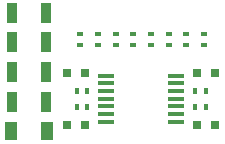
<source format=gtp>
G04 #@! TF.FileFunction,Paste,Top*
%FSLAX46Y46*%
G04 Gerber Fmt 4.6, Leading zero omitted, Abs format (unit mm)*
G04 Created by KiCad (PCBNEW 4.1.0-alpha+201607140318+6977~46~ubuntu16.04.1-product) date Thu Jul 14 14:59:25 2016*
%MOMM*%
%LPD*%
G01*
G04 APERTURE LIST*
%ADD10C,0.100000*%
%ADD11R,0.800000X0.750000*%
%ADD12R,1.000000X1.600000*%
%ADD13R,0.900000X1.700000*%
%ADD14R,0.600000X0.400000*%
%ADD15R,0.400000X0.600000*%
%ADD16R,1.450000X0.450000*%
G04 APERTURE END LIST*
D10*
D11*
X215950000Y-26750000D03*
X214450000Y-26750000D03*
X215960000Y-31140000D03*
X214460000Y-31140000D03*
X225450000Y-31150000D03*
X226950000Y-31150000D03*
X225450000Y-26750000D03*
X226950000Y-26750000D03*
D12*
X209700000Y-31650000D03*
X212700000Y-31650000D03*
D13*
X212658309Y-21644979D03*
X209758309Y-21644979D03*
X212658309Y-24144979D03*
X209758309Y-24144979D03*
D14*
X217025326Y-24331954D03*
X217025326Y-23431954D03*
X220025326Y-24331954D03*
X220025326Y-23431954D03*
X215525326Y-24331954D03*
X215525326Y-23431954D03*
X218525326Y-24331954D03*
X218525326Y-23431954D03*
D15*
X216150000Y-28250000D03*
X215250000Y-28250000D03*
X216150000Y-29640000D03*
X215250000Y-29640000D03*
D13*
X212658309Y-26644979D03*
X209758309Y-26644979D03*
X212658309Y-29144979D03*
X209758309Y-29144979D03*
D14*
X223025326Y-24331954D03*
X223025326Y-23431954D03*
X226025326Y-24331954D03*
X226025326Y-23431954D03*
X221525326Y-24331954D03*
X221525326Y-23431954D03*
X224525326Y-24331954D03*
X224525326Y-23431954D03*
D15*
X225250000Y-29650000D03*
X226150000Y-29650000D03*
X225250000Y-28250000D03*
X226150000Y-28250000D03*
D16*
X217750000Y-26950000D03*
X217750000Y-27600000D03*
X217750000Y-28250000D03*
X217750000Y-28900000D03*
X217750000Y-29550000D03*
X217750000Y-30200000D03*
X217750000Y-30850000D03*
X223650000Y-30850000D03*
X223650000Y-30200000D03*
X223650000Y-29550000D03*
X223650000Y-28900000D03*
X223650000Y-28250000D03*
X223650000Y-27600000D03*
X223650000Y-26950000D03*
M02*

</source>
